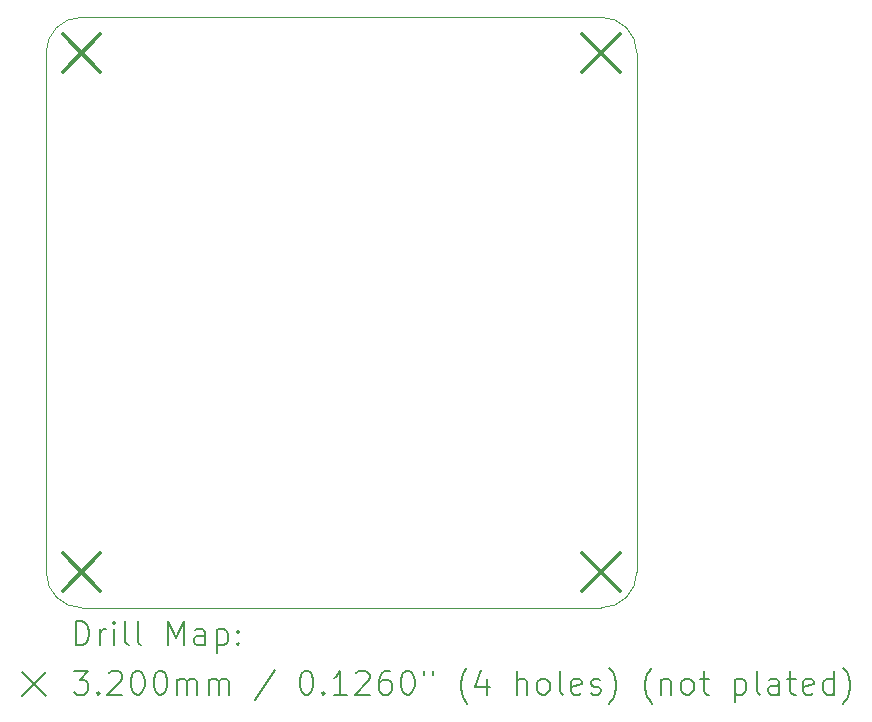
<source format=gbr>
%TF.GenerationSoftware,KiCad,Pcbnew,(6.0.7)*%
%TF.CreationDate,2022-10-27T11:50:34+02:00*%
%TF.ProjectId,pumpCon,70756d70-436f-46e2-9e6b-696361645f70,rev?*%
%TF.SameCoordinates,Original*%
%TF.FileFunction,Drillmap*%
%TF.FilePolarity,Positive*%
%FSLAX45Y45*%
G04 Gerber Fmt 4.5, Leading zero omitted, Abs format (unit mm)*
G04 Created by KiCad (PCBNEW (6.0.7)) date 2022-10-27 11:50:34*
%MOMM*%
%LPD*%
G01*
G04 APERTURE LIST*
%ADD10C,0.100000*%
%ADD11C,0.200000*%
%ADD12C,0.320000*%
G04 APERTURE END LIST*
D10*
X6200000Y-6150000D02*
G75*
G03*
X5900000Y-6450000I0J-300000D01*
G01*
X10900000Y-6450000D02*
G75*
G03*
X10600000Y-6150000I-300000J0D01*
G01*
X10600000Y-11150000D02*
X6200000Y-11150000D01*
X6200000Y-6150000D02*
X10600000Y-6150000D01*
X5900000Y-10850000D02*
X5900000Y-6450000D01*
X10900000Y-10850000D02*
X10900000Y-6450000D01*
X5900000Y-10850000D02*
G75*
G03*
X6200000Y-11150000I300000J0D01*
G01*
X10600000Y-11150000D02*
G75*
G03*
X10900000Y-10850000I0J300000D01*
G01*
D11*
D12*
X6040000Y-6290000D02*
X6360000Y-6610000D01*
X6360000Y-6290000D02*
X6040000Y-6610000D01*
X6040000Y-10690000D02*
X6360000Y-11010000D01*
X6360000Y-10690000D02*
X6040000Y-11010000D01*
X10440000Y-6290000D02*
X10760000Y-6610000D01*
X10760000Y-6290000D02*
X10440000Y-6610000D01*
X10440000Y-10690000D02*
X10760000Y-11010000D01*
X10760000Y-10690000D02*
X10440000Y-11010000D01*
D11*
X6152619Y-11465476D02*
X6152619Y-11265476D01*
X6200238Y-11265476D01*
X6228809Y-11275000D01*
X6247857Y-11294048D01*
X6257381Y-11313095D01*
X6266905Y-11351190D01*
X6266905Y-11379762D01*
X6257381Y-11417857D01*
X6247857Y-11436905D01*
X6228809Y-11455952D01*
X6200238Y-11465476D01*
X6152619Y-11465476D01*
X6352619Y-11465476D02*
X6352619Y-11332143D01*
X6352619Y-11370238D02*
X6362143Y-11351190D01*
X6371667Y-11341667D01*
X6390714Y-11332143D01*
X6409762Y-11332143D01*
X6476428Y-11465476D02*
X6476428Y-11332143D01*
X6476428Y-11265476D02*
X6466905Y-11275000D01*
X6476428Y-11284524D01*
X6485952Y-11275000D01*
X6476428Y-11265476D01*
X6476428Y-11284524D01*
X6600238Y-11465476D02*
X6581190Y-11455952D01*
X6571667Y-11436905D01*
X6571667Y-11265476D01*
X6705000Y-11465476D02*
X6685952Y-11455952D01*
X6676428Y-11436905D01*
X6676428Y-11265476D01*
X6933571Y-11465476D02*
X6933571Y-11265476D01*
X7000238Y-11408333D01*
X7066905Y-11265476D01*
X7066905Y-11465476D01*
X7247857Y-11465476D02*
X7247857Y-11360714D01*
X7238333Y-11341667D01*
X7219286Y-11332143D01*
X7181190Y-11332143D01*
X7162143Y-11341667D01*
X7247857Y-11455952D02*
X7228809Y-11465476D01*
X7181190Y-11465476D01*
X7162143Y-11455952D01*
X7152619Y-11436905D01*
X7152619Y-11417857D01*
X7162143Y-11398809D01*
X7181190Y-11389286D01*
X7228809Y-11389286D01*
X7247857Y-11379762D01*
X7343095Y-11332143D02*
X7343095Y-11532143D01*
X7343095Y-11341667D02*
X7362143Y-11332143D01*
X7400238Y-11332143D01*
X7419286Y-11341667D01*
X7428809Y-11351190D01*
X7438333Y-11370238D01*
X7438333Y-11427381D01*
X7428809Y-11446428D01*
X7419286Y-11455952D01*
X7400238Y-11465476D01*
X7362143Y-11465476D01*
X7343095Y-11455952D01*
X7524048Y-11446428D02*
X7533571Y-11455952D01*
X7524048Y-11465476D01*
X7514524Y-11455952D01*
X7524048Y-11446428D01*
X7524048Y-11465476D01*
X7524048Y-11341667D02*
X7533571Y-11351190D01*
X7524048Y-11360714D01*
X7514524Y-11351190D01*
X7524048Y-11341667D01*
X7524048Y-11360714D01*
X5695000Y-11695000D02*
X5895000Y-11895000D01*
X5895000Y-11695000D02*
X5695000Y-11895000D01*
X6133571Y-11685476D02*
X6257381Y-11685476D01*
X6190714Y-11761667D01*
X6219286Y-11761667D01*
X6238333Y-11771190D01*
X6247857Y-11780714D01*
X6257381Y-11799762D01*
X6257381Y-11847381D01*
X6247857Y-11866428D01*
X6238333Y-11875952D01*
X6219286Y-11885476D01*
X6162143Y-11885476D01*
X6143095Y-11875952D01*
X6133571Y-11866428D01*
X6343095Y-11866428D02*
X6352619Y-11875952D01*
X6343095Y-11885476D01*
X6333571Y-11875952D01*
X6343095Y-11866428D01*
X6343095Y-11885476D01*
X6428809Y-11704524D02*
X6438333Y-11695000D01*
X6457381Y-11685476D01*
X6505000Y-11685476D01*
X6524048Y-11695000D01*
X6533571Y-11704524D01*
X6543095Y-11723571D01*
X6543095Y-11742619D01*
X6533571Y-11771190D01*
X6419286Y-11885476D01*
X6543095Y-11885476D01*
X6666905Y-11685476D02*
X6685952Y-11685476D01*
X6705000Y-11695000D01*
X6714524Y-11704524D01*
X6724048Y-11723571D01*
X6733571Y-11761667D01*
X6733571Y-11809286D01*
X6724048Y-11847381D01*
X6714524Y-11866428D01*
X6705000Y-11875952D01*
X6685952Y-11885476D01*
X6666905Y-11885476D01*
X6647857Y-11875952D01*
X6638333Y-11866428D01*
X6628809Y-11847381D01*
X6619286Y-11809286D01*
X6619286Y-11761667D01*
X6628809Y-11723571D01*
X6638333Y-11704524D01*
X6647857Y-11695000D01*
X6666905Y-11685476D01*
X6857381Y-11685476D02*
X6876428Y-11685476D01*
X6895476Y-11695000D01*
X6905000Y-11704524D01*
X6914524Y-11723571D01*
X6924048Y-11761667D01*
X6924048Y-11809286D01*
X6914524Y-11847381D01*
X6905000Y-11866428D01*
X6895476Y-11875952D01*
X6876428Y-11885476D01*
X6857381Y-11885476D01*
X6838333Y-11875952D01*
X6828809Y-11866428D01*
X6819286Y-11847381D01*
X6809762Y-11809286D01*
X6809762Y-11761667D01*
X6819286Y-11723571D01*
X6828809Y-11704524D01*
X6838333Y-11695000D01*
X6857381Y-11685476D01*
X7009762Y-11885476D02*
X7009762Y-11752143D01*
X7009762Y-11771190D02*
X7019286Y-11761667D01*
X7038333Y-11752143D01*
X7066905Y-11752143D01*
X7085952Y-11761667D01*
X7095476Y-11780714D01*
X7095476Y-11885476D01*
X7095476Y-11780714D02*
X7105000Y-11761667D01*
X7124048Y-11752143D01*
X7152619Y-11752143D01*
X7171667Y-11761667D01*
X7181190Y-11780714D01*
X7181190Y-11885476D01*
X7276428Y-11885476D02*
X7276428Y-11752143D01*
X7276428Y-11771190D02*
X7285952Y-11761667D01*
X7305000Y-11752143D01*
X7333571Y-11752143D01*
X7352619Y-11761667D01*
X7362143Y-11780714D01*
X7362143Y-11885476D01*
X7362143Y-11780714D02*
X7371667Y-11761667D01*
X7390714Y-11752143D01*
X7419286Y-11752143D01*
X7438333Y-11761667D01*
X7447857Y-11780714D01*
X7447857Y-11885476D01*
X7838333Y-11675952D02*
X7666905Y-11933095D01*
X8095476Y-11685476D02*
X8114524Y-11685476D01*
X8133571Y-11695000D01*
X8143095Y-11704524D01*
X8152619Y-11723571D01*
X8162143Y-11761667D01*
X8162143Y-11809286D01*
X8152619Y-11847381D01*
X8143095Y-11866428D01*
X8133571Y-11875952D01*
X8114524Y-11885476D01*
X8095476Y-11885476D01*
X8076428Y-11875952D01*
X8066905Y-11866428D01*
X8057381Y-11847381D01*
X8047857Y-11809286D01*
X8047857Y-11761667D01*
X8057381Y-11723571D01*
X8066905Y-11704524D01*
X8076428Y-11695000D01*
X8095476Y-11685476D01*
X8247857Y-11866428D02*
X8257381Y-11875952D01*
X8247857Y-11885476D01*
X8238333Y-11875952D01*
X8247857Y-11866428D01*
X8247857Y-11885476D01*
X8447857Y-11885476D02*
X8333571Y-11885476D01*
X8390714Y-11885476D02*
X8390714Y-11685476D01*
X8371667Y-11714048D01*
X8352619Y-11733095D01*
X8333571Y-11742619D01*
X8524048Y-11704524D02*
X8533571Y-11695000D01*
X8552619Y-11685476D01*
X8600238Y-11685476D01*
X8619286Y-11695000D01*
X8628810Y-11704524D01*
X8638333Y-11723571D01*
X8638333Y-11742619D01*
X8628810Y-11771190D01*
X8514524Y-11885476D01*
X8638333Y-11885476D01*
X8809762Y-11685476D02*
X8771667Y-11685476D01*
X8752619Y-11695000D01*
X8743095Y-11704524D01*
X8724048Y-11733095D01*
X8714524Y-11771190D01*
X8714524Y-11847381D01*
X8724048Y-11866428D01*
X8733571Y-11875952D01*
X8752619Y-11885476D01*
X8790714Y-11885476D01*
X8809762Y-11875952D01*
X8819286Y-11866428D01*
X8828810Y-11847381D01*
X8828810Y-11799762D01*
X8819286Y-11780714D01*
X8809762Y-11771190D01*
X8790714Y-11761667D01*
X8752619Y-11761667D01*
X8733571Y-11771190D01*
X8724048Y-11780714D01*
X8714524Y-11799762D01*
X8952619Y-11685476D02*
X8971667Y-11685476D01*
X8990714Y-11695000D01*
X9000238Y-11704524D01*
X9009762Y-11723571D01*
X9019286Y-11761667D01*
X9019286Y-11809286D01*
X9009762Y-11847381D01*
X9000238Y-11866428D01*
X8990714Y-11875952D01*
X8971667Y-11885476D01*
X8952619Y-11885476D01*
X8933571Y-11875952D01*
X8924048Y-11866428D01*
X8914524Y-11847381D01*
X8905000Y-11809286D01*
X8905000Y-11761667D01*
X8914524Y-11723571D01*
X8924048Y-11704524D01*
X8933571Y-11695000D01*
X8952619Y-11685476D01*
X9095476Y-11685476D02*
X9095476Y-11723571D01*
X9171667Y-11685476D02*
X9171667Y-11723571D01*
X9466905Y-11961667D02*
X9457381Y-11952143D01*
X9438333Y-11923571D01*
X9428810Y-11904524D01*
X9419286Y-11875952D01*
X9409762Y-11828333D01*
X9409762Y-11790238D01*
X9419286Y-11742619D01*
X9428810Y-11714048D01*
X9438333Y-11695000D01*
X9457381Y-11666428D01*
X9466905Y-11656905D01*
X9628810Y-11752143D02*
X9628810Y-11885476D01*
X9581190Y-11675952D02*
X9533571Y-11818809D01*
X9657381Y-11818809D01*
X9885952Y-11885476D02*
X9885952Y-11685476D01*
X9971667Y-11885476D02*
X9971667Y-11780714D01*
X9962143Y-11761667D01*
X9943095Y-11752143D01*
X9914524Y-11752143D01*
X9895476Y-11761667D01*
X9885952Y-11771190D01*
X10095476Y-11885476D02*
X10076429Y-11875952D01*
X10066905Y-11866428D01*
X10057381Y-11847381D01*
X10057381Y-11790238D01*
X10066905Y-11771190D01*
X10076429Y-11761667D01*
X10095476Y-11752143D01*
X10124048Y-11752143D01*
X10143095Y-11761667D01*
X10152619Y-11771190D01*
X10162143Y-11790238D01*
X10162143Y-11847381D01*
X10152619Y-11866428D01*
X10143095Y-11875952D01*
X10124048Y-11885476D01*
X10095476Y-11885476D01*
X10276429Y-11885476D02*
X10257381Y-11875952D01*
X10247857Y-11856905D01*
X10247857Y-11685476D01*
X10428810Y-11875952D02*
X10409762Y-11885476D01*
X10371667Y-11885476D01*
X10352619Y-11875952D01*
X10343095Y-11856905D01*
X10343095Y-11780714D01*
X10352619Y-11761667D01*
X10371667Y-11752143D01*
X10409762Y-11752143D01*
X10428810Y-11761667D01*
X10438333Y-11780714D01*
X10438333Y-11799762D01*
X10343095Y-11818809D01*
X10514524Y-11875952D02*
X10533571Y-11885476D01*
X10571667Y-11885476D01*
X10590714Y-11875952D01*
X10600238Y-11856905D01*
X10600238Y-11847381D01*
X10590714Y-11828333D01*
X10571667Y-11818809D01*
X10543095Y-11818809D01*
X10524048Y-11809286D01*
X10514524Y-11790238D01*
X10514524Y-11780714D01*
X10524048Y-11761667D01*
X10543095Y-11752143D01*
X10571667Y-11752143D01*
X10590714Y-11761667D01*
X10666905Y-11961667D02*
X10676429Y-11952143D01*
X10695476Y-11923571D01*
X10705000Y-11904524D01*
X10714524Y-11875952D01*
X10724048Y-11828333D01*
X10724048Y-11790238D01*
X10714524Y-11742619D01*
X10705000Y-11714048D01*
X10695476Y-11695000D01*
X10676429Y-11666428D01*
X10666905Y-11656905D01*
X11028810Y-11961667D02*
X11019286Y-11952143D01*
X11000238Y-11923571D01*
X10990714Y-11904524D01*
X10981190Y-11875952D01*
X10971667Y-11828333D01*
X10971667Y-11790238D01*
X10981190Y-11742619D01*
X10990714Y-11714048D01*
X11000238Y-11695000D01*
X11019286Y-11666428D01*
X11028810Y-11656905D01*
X11105000Y-11752143D02*
X11105000Y-11885476D01*
X11105000Y-11771190D02*
X11114524Y-11761667D01*
X11133571Y-11752143D01*
X11162143Y-11752143D01*
X11181190Y-11761667D01*
X11190714Y-11780714D01*
X11190714Y-11885476D01*
X11314524Y-11885476D02*
X11295476Y-11875952D01*
X11285952Y-11866428D01*
X11276428Y-11847381D01*
X11276428Y-11790238D01*
X11285952Y-11771190D01*
X11295476Y-11761667D01*
X11314524Y-11752143D01*
X11343095Y-11752143D01*
X11362143Y-11761667D01*
X11371667Y-11771190D01*
X11381190Y-11790238D01*
X11381190Y-11847381D01*
X11371667Y-11866428D01*
X11362143Y-11875952D01*
X11343095Y-11885476D01*
X11314524Y-11885476D01*
X11438333Y-11752143D02*
X11514524Y-11752143D01*
X11466905Y-11685476D02*
X11466905Y-11856905D01*
X11476428Y-11875952D01*
X11495476Y-11885476D01*
X11514524Y-11885476D01*
X11733571Y-11752143D02*
X11733571Y-11952143D01*
X11733571Y-11761667D02*
X11752619Y-11752143D01*
X11790714Y-11752143D01*
X11809762Y-11761667D01*
X11819286Y-11771190D01*
X11828809Y-11790238D01*
X11828809Y-11847381D01*
X11819286Y-11866428D01*
X11809762Y-11875952D01*
X11790714Y-11885476D01*
X11752619Y-11885476D01*
X11733571Y-11875952D01*
X11943095Y-11885476D02*
X11924048Y-11875952D01*
X11914524Y-11856905D01*
X11914524Y-11685476D01*
X12105000Y-11885476D02*
X12105000Y-11780714D01*
X12095476Y-11761667D01*
X12076428Y-11752143D01*
X12038333Y-11752143D01*
X12019286Y-11761667D01*
X12105000Y-11875952D02*
X12085952Y-11885476D01*
X12038333Y-11885476D01*
X12019286Y-11875952D01*
X12009762Y-11856905D01*
X12009762Y-11837857D01*
X12019286Y-11818809D01*
X12038333Y-11809286D01*
X12085952Y-11809286D01*
X12105000Y-11799762D01*
X12171667Y-11752143D02*
X12247857Y-11752143D01*
X12200238Y-11685476D02*
X12200238Y-11856905D01*
X12209762Y-11875952D01*
X12228809Y-11885476D01*
X12247857Y-11885476D01*
X12390714Y-11875952D02*
X12371667Y-11885476D01*
X12333571Y-11885476D01*
X12314524Y-11875952D01*
X12305000Y-11856905D01*
X12305000Y-11780714D01*
X12314524Y-11761667D01*
X12333571Y-11752143D01*
X12371667Y-11752143D01*
X12390714Y-11761667D01*
X12400238Y-11780714D01*
X12400238Y-11799762D01*
X12305000Y-11818809D01*
X12571667Y-11885476D02*
X12571667Y-11685476D01*
X12571667Y-11875952D02*
X12552619Y-11885476D01*
X12514524Y-11885476D01*
X12495476Y-11875952D01*
X12485952Y-11866428D01*
X12476428Y-11847381D01*
X12476428Y-11790238D01*
X12485952Y-11771190D01*
X12495476Y-11761667D01*
X12514524Y-11752143D01*
X12552619Y-11752143D01*
X12571667Y-11761667D01*
X12647857Y-11961667D02*
X12657381Y-11952143D01*
X12676428Y-11923571D01*
X12685952Y-11904524D01*
X12695476Y-11875952D01*
X12705000Y-11828333D01*
X12705000Y-11790238D01*
X12695476Y-11742619D01*
X12685952Y-11714048D01*
X12676428Y-11695000D01*
X12657381Y-11666428D01*
X12647857Y-11656905D01*
M02*

</source>
